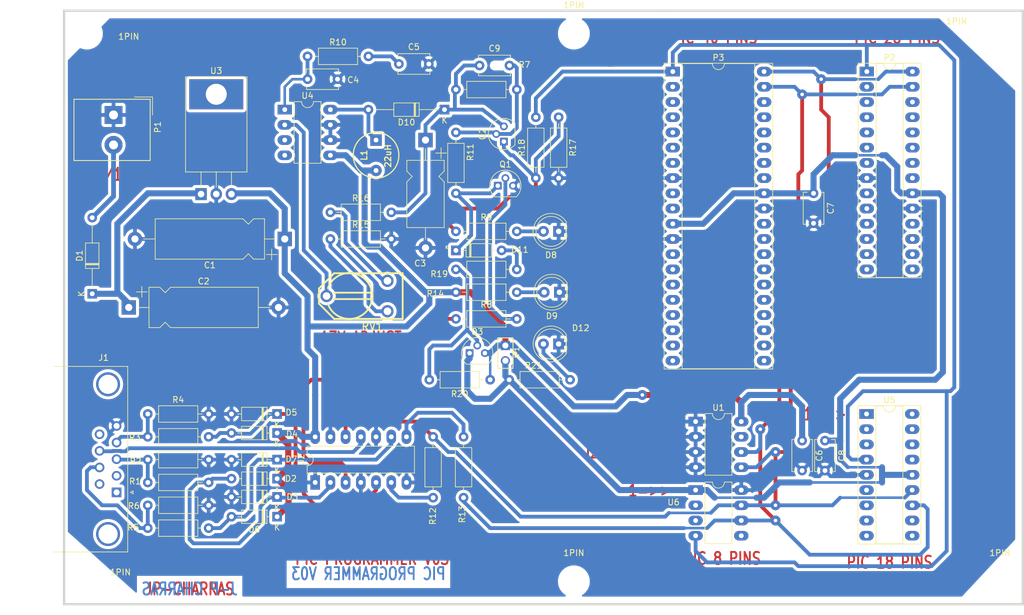
<source format=kicad_pcb>
(kicad_pcb (version 20210424) (generator pcbnew)
  (title_block (title "SERIAL PIC PROGRAMMER"))
  (layers (0 "F.Cu" signal "top_copper") (31 "B.Cu" signal "bottom_copper") (34 "B.Paste" user) (35 "F.Paste" user) (36 "B.SilkS" user "B.Silkscreen") (37 "F.SilkS" user "F.Silkscreen") (38 "B.Mask" user) (39 "F.Mask" user) (44 "Edge.Cuts" user))
  (net 0 "")
  (net 1 "Net-(D1-Pad2)")
  (net 2 "Net-(D2-Pad2)")
  (net 3 "GND")
  (net 4 "VCC")
  (net 5 "VPP")
  (net 6 "VCC_PIC")
  (net 7 "Net-(D4-Pad2)")
  (net 8 "/pic_programmer/PC-CLOCK-OUT")
  (net 9 "VPP-MCLR")
  (net 10 "CLOCK-RB6")
  (net 11 "DATA-RB7")
  (net 12 "Net-(C2-Pad1)")
  (net 13 "Net-(C4-Pad1)")
  (net 14 "Net-(C5-Pad1)")
  (net 15 "Net-(C9-Pad2)")
  (net 16 "Net-(D6-Pad2)")
  (net 17 "Net-(D8-Pad2)")
  (net 18 "Net-(D9-Pad2)")
  (net 19 "Net-(D11-Pad2)")
  (net 20 "Net-(D11-Pad1)")
  (net 21 "Net-(D12-Pad2)")
  (net 22 "Net-(Q1-Pad2)")
  (net 23 "Net-(D10-Pad2)")
  (net 24 "Net-(Q3-Pad2)")
  (net 25 "Net-(R8-Pad1)")
  (net 26 "Net-(R12-Pad1)")
  (net 27 "Net-(R13-Pad1)")
  (net 28 "Net-(R15-Pad1)")
  (net 29 "Net-(R16-Pad1)")
  (net 30 "Net-(RV1-Pad2)")
  (net 31 "Net-(Q2-Pad1)")
  (net 32 "/pic_programmer/VPP_ON")
  (net 33 "/pic_programmer/PC-DATA-OUT")
  (net 34 "/pic_programmer/PC-DATA-IN")
  (footprint "Package_DIP:DIP-40_W15.24mm_Socket_LongPads" (layer "F.Cu") (at 175.26 50.8)
    (fp_text reference "P3")
    (fp_text value "SUPP40")
  )
  (footprint "MountingHole:MountingHole_4.3mm_M4_DIN965" (layer "F.Cu") (at 229.87 44.45)
    (fp_text reference "1PIN")
    (fp_text value "P***")
  )
  (footprint "MountingHole:MountingHole_4.3mm_M4_DIN965" (layer "F.Cu") (at 229.87 135.89)
    (fp_text reference "1PIN")
    (fp_text value "P***")
  )
  (footprint "MountingHole:MountingHole_4.3mm_M4_DIN965" (layer "F.Cu") (at 77.47 44.45)
    (fp_text reference "1PIN")
    (fp_text value "P***")
  )
  (footprint "MountingHole:MountingHole_4.3mm_M4_DIN965" (layer "F.Cu") (at 77.47 135.89)
    (fp_text reference "1PIN")
    (fp_text value "P***")
  )
  (footprint "MountingHole:MountingHole_4.3mm_M4_DIN965" (layer "F.Cu") (at 158.75 135.89)
    (fp_text reference "1PIN")
    (fp_text value "P***")
  )
  (footprint "MountingHole:MountingHole_4.3mm_M4_DIN965" (layer "F.Cu") (at 158.75 44.45)
    (fp_text reference "1PIN")
    (fp_text value "P***")
  )
  (footprint "Package_DIP:DIP-28_W7.62mm_Socket_LongPads" (layer "F.Cu") (at 207.645 50.8)
    (fp_text reference "P2")
    (fp_text value "SUPP28")
  )
  (footprint "Capacitor_THT:CP_Axial_L18.0mm_D6.5mm_P25.00mm_Horizontal" (layer "F.Cu") (at 110.49 78.74 180)
    (fp_text reference "C1")
    (fp_text value "100uF")
  )
  (footprint "Capacitor_THT:CP_Axial_L18.0mm_D6.5mm_P25.00mm_Horizontal" (layer "F.Cu") (at 84.455 90.17)
    (fp_text reference "C2")
    (fp_text value "220uF")
  )
  (footprint "Capacitor_THT:CP_Axial_L11.0mm_D6.0mm_P18.00mm_Horizontal" (layer "F.Cu") (at 133.985 62.23 -90)
    (fp_text reference "C3")
    (fp_text value "22uF/25V")
  )
  (footprint "Capacitor_THT:C_Disc_D5.1mm_W3.2mm_P5.00mm" (layer "F.Cu") (at 114.3 52.07)
    (fp_text reference "C4")
    (fp_text value "0")
  )
  (footprint "Capacitor_THT:C_Disc_D5.1mm_W3.2mm_P5.00mm" (layer "F.Cu") (at 129.54 49.53)
    (fp_text reference "C5")
    (fp_text value "10nF")
  )
  (footprint "Capacitor_THT:C_Disc_D5.1mm_W3.2mm_P5.00mm" (layer "F.Cu") (at 196.85 112.395 -90)
    (fp_text reference "C6")
    (fp_text value "100nF")
  )
  (footprint "Capacitor_THT:C_Disc_D5.1mm_W3.2mm_P5.00mm" (layer "F.Cu") (at 198.755 71.12 -90)
    (fp_text reference "C7")
    (fp_text value "100nF")
  )
  (footprint "Capacitor_THT:C_Disc_D5.1mm_W3.2mm_P5.00mm" (layer "F.Cu") (at 200.66 112.395 -90)
    (fp_text reference "C8")
    (fp_text value "100nF")
  )
  (footprint "Capacitor_THT:C_Disc_D5.1mm_W3.2mm_P5.00mm" (layer "F.Cu") (at 143.002 49.784)
    (fp_text reference "C9")
    (fp_text value "22OnF")
  )
  (footprint "Diode_THT:D_DO-35_SOD27_P12.70mm_Horizontal" (layer "F.Cu") (at 78.359 87.884 90)
    (fp_text reference "D1")
    (fp_text value "1N4004")
  )
  (footprint "Diode_THT:D_DO-35_SOD27_P7.62mm_Horizontal" (layer "F.Cu") (at 109.22 118.745 180)
    (fp_text reference "D2")
    (fp_text value "BAT43")
  )
  (footprint "Diode_THT:D_DO-35_SOD27_P7.62mm_Horizontal" (layer "F.Cu") (at 109.22 121.793 180)
    (fp_text reference "D3")
    (fp_text value "BAT43")
  )
  (footprint "Diode_THT:D_DO-35_SOD27_P7.62mm_Horizontal" (layer "F.Cu") (at 109.22 111.125 180)
    (fp_text reference "D4")
    (fp_text value "BAT43")
  )
  (footprint "Diode_THT:D_DO-35_SOD27_P7.62mm_Horizontal" (layer "F.Cu") (at 109.22 107.95 180)
    (fp_text reference "D5")
    (fp_text value "BAT43")
  )
  (footprint "Diode_THT:D_DO-35_SOD27_P7.62mm_Horizontal" (layer "F.Cu") (at 109.22 125.095 180)
    (fp_text reference "D6")
    (fp_text value "BAT43")
  )
  (footprint "Diode_THT:D_DO-35_SOD27_P7.62mm_Horizontal" (layer "F.Cu") (at 109.22 115.57 180)
    (fp_text reference "D7")
    (fp_text value "BAT43")
  )
  (footprint "LED_THT:LED_D5.0mm" (layer "F.Cu") (at 156.21 77.47 180)
    (fp_text reference "D8")
    (fp_text value "RED-LED")
  )
  (footprint "LED_THT:LED_D5.0mm" (layer "F.Cu") (at 156.337 87.63 180)
    (fp_text reference "D9")
    (fp_text value "GREEN-LED")
  )
  (footprint "Diode_THT:D_DO-35_SOD27_P12.70mm_Horizontal" (layer "F.Cu") (at 137.16 57.15 180)
    (fp_text reference "D10")
    (fp_text value "SCHOTTKY")
  )
  (footprint "Diode_THT:D_DO-35_SOD27_P7.62mm_Horizontal" (layer "F.Cu") (at 139.065 80.645)
    (fp_text reference "D11")
    (fp_text value "BAT43")
  )
  (footprint "LED_THT:LED_D5.0mm" (layer "F.Cu") (at 156.21 96.266 180)
    (fp_text reference "D12")
    (fp_text value "YELLOW-LED")
  )
  (footprint "Connector_Dsub:DSUB-9_Female_Horizontal_P2.77x2.84mm_EdgePinOffset7.70mm_Housed_MountingHolesOffset9.12mm" (layer "F.Cu") (at 82.423 121.031 -90)
    (fp_text reference "J1")
    (fp_text value "DB9-FEMAL")
  )
  (footprint "pin_array:PIN_ARRAY_2X1" (layer "F.Cu") (at 147.32 97.79 -90)
    (fp_text reference "JP1")
    (fp_text value "JUMPER" hide)
  )
  (footprint "inductors:INDUCTOR_V" (layer "F.Cu") (at 125.73 64.77 -90)
    (fp_text reference "L1")
    (fp_text value "22uH")
  )
  (footprint "TerminalBlock_Altech:Altech_AK300_1x02_P5.00mm_45-Degree" (layer "F.Cu") (at 81.915 58.039 -90)
    (fp_text reference "P1")
    (fp_text value "CONN_2")
  )
  (footprint "Package_TO_SOT_THT:TO-92" (layer "F.Cu") (at 146.05 69.85)
    (fp_text reference "Q1")
    (fp_text value "BC237")
  )
  (footprint "Package_TO_SOT_THT:TO-92" (layer "F.Cu") (at 147.066 62.484 90)
    (fp_text reference "Q2")
    (fp_text value "BC307")
  )
  (footprint "Package_TO_SOT_THT:TO-92" (layer "F.Cu") (at 141.351 97.79)
    (fp_text reference "Q3")
    (fp_text value "BC307")
  )
  (footprint "Resistor_THT:R_Axial_DIN0207_L6.3mm_D2.5mm_P10.16mm_Horizontal" (layer "F.Cu") (at 87.63 115.57)
    (fp_text reference "R2")
    (fp_text value "10K")
  )
  (footprint "Resistor_THT:R_Axial_DIN0207_L6.3mm_D2.5mm_P10.16mm_Horizontal" (layer "F.Cu") (at 87.63 111.76)
    (fp_text reference "R3")
    (fp_text value "10K")
  )
  (footprint "Resistor_THT:R_Axial_DIN0207_L6.3mm_D2.5mm_P10.16mm_Horizontal" (layer "F.Cu") (at 87.63 107.95)
    (fp_text reference "R4")
    (fp_text value "10K")
  )
  (footprint "Resistor_THT:R_Axial_DIN0207_L6.3mm_D2.5mm_P10.16mm_Horizontal" (layer "F.Cu") (at 87.63 127)
    (fp_text reference "R5")
    (fp_text value "10K")
  )
  (footprint "Resistor_THT:R_Axial_DIN0207_L6.3mm_D2.5mm_P10.16mm_Horizontal" (layer "F.Cu") (at 87.63 123.19)
    (fp_text reference "R6")
    (fp_text value "10K")
  )
  (footprint "Resistor_THT:R_Axial_DIN0207_L6.3mm_D2.5mm_P10.16mm_Horizontal" (layer "F.Cu") (at 139.065 53.7972)
    (fp_text reference "R7")
    (fp_text value "10K")
  )
  (footprint "Resistor_THT:R_Axial_DIN0207_L6.3mm_D2.5mm_P10.16mm_Horizontal" (layer "F.Cu") (at 139.065 92.075)
    (fp_text reference "R8")
    (fp_text value "1K")
  )
  (footprint "Resistor_THT:R_Axial_DIN0207_L6.3mm_D2.5mm_P10.16mm_Horizontal" (layer "F.Cu") (at 139.065 77.47)
    (fp_text reference "R9")
    (fp_text value "2.2K")
  )
  (footprint "Resistor_THT:R_Axial_DIN0207_L6.3mm_D2.5mm_P10.16mm_Horizontal" (layer "F.Cu") (at 114.3 48.26)
    (fp_text reference "R10")
    (fp_text value "5.1K")
  )
  (footprint "Resistor_THT:R_Axial_DIN0207_L6.3mm_D2.5mm_P10.16mm_Horizontal" (layer "F.Cu") (at 139.065 71.12 90)
    (fp_text reference "R11")
    (fp_text value "22K")
  )
  (footprint "Resistor_THT:R_Axial_DIN0207_L6.3mm_D2.5mm_P10.16mm_Horizontal" (layer "F.Cu") (at 135.255 121.92 90)
    (fp_text reference "R12")
    (fp_text value "470")
  )
  (footprint "Resistor_THT:R_Axial_DIN0207_L6.3mm_D2.5mm_P10.16mm_Horizontal" (layer "F.Cu") (at 140.335 111.76 -90)
    (fp_text reference "R13")
    (fp_text value "470")
  )
  (footprint "Resistor_THT:R_Axial_DIN0207_L6.3mm_D2.5mm_P10.16mm_Horizontal" (layer "F.Cu") (at 139.065 87.63)
    (fp_text reference "R14")
    (fp_text value "470")
  )
  (footprint "Resistor_THT:R_Axial_DIN0207_L6.3mm_D2.5mm_P10.16mm_Horizontal" (layer "F.Cu") (at 118.11 78.74)
    (fp_text reference "R15")
    (fp_text value "6.2K")
  )
  (footprint "Resistor_THT:R_Axial_DIN0207_L6.3mm_D2.5mm_P10.16mm_Horizontal" (layer "F.Cu") (at 156.21 58.42 -90)
    (fp_text reference "R17")
    (fp_text value "22K")
  )
  (footprint "Resistor_THT:R_Axial_DIN0207_L6.3mm_D2.5mm_P10.16mm_Horizontal" (layer "F.Cu") (at 152.4 68.58 90)
    (fp_text reference "R18")
    (fp_text value "220")
  )
  (footprint "Resistor_THT:R_Axial_DIN0207_L6.3mm_D2.5mm_P10.16mm_Horizontal" (layer "F.Cu") (at 149.225 83.82 180)
    (fp_text reference "R19")
    (fp_text value "2.2K")
  )
  (footprint "Resistor_THT:R_Axial_DIN0207_L6.3mm_D2.5mm_P10.16mm_Horizontal" (layer "F.Cu") (at 147.955 102.235)
    (fp_text reference "R21")
    (fp_text value "470")
  )
  (footprint "pic_programmer_fp:RV2X4" (layer "F.Cu") (at 127.635 90.805 180)
    (fp_text reference "RV1")
    (fp_text value "1K")
  )
  (footprint "Package_DIP:DIP-8_W7.62mm_LongPads" (layer "F.Cu") (at 179.07 109.22)
    (fp_text reference "U1")
    (fp_text value "24Cxx")
  )
  (footprint "Package_DIP:DIP-14_W7.62mm_LongPads" (layer "F.Cu") (at 115.57 119.38 90)
    (fp_text reference "U2")
    (fp_text value "74HC125")
  )
  (footprint "Package_TO_SOT_THT:TO-220-3_Horizontal_TabDown" (layer "F.Cu") (at 96.52 71.247)
    (fp_text reference "U3")
    (fp_text value "7805")
  )
  (footprint "Package_DIP:DIP-8_W7.62mm_LongPads" (layer "F.Cu") (at 110.49 57.15)
    (fp_text reference "U4")
    (fp_text value "LT1373")
  )
  (footprint "Package_DIP:DIP-18_W7.62mm_Socket_LongPads" (layer "F.Cu") (at 207.6 107.95)
    (fp_text reference "U5")
    (fp_text value "PIC_18_PINS")
  )
  (footprint "Package_DIP:DIP-8_W7.62mm_LongPads" (layer "F.Cu") (at 179.07 120.65)
    (fp_text reference "U6")
    (fp_text value "PIC_8_PINS")
  )
  (footprint "Resistor_THT:R_Axial_DIN0207_L6.3mm_D2.5mm_P10.16mm_Horizontal" (layer "F.Cu") (at 87.63 119.38)
    (fp_text reference "R1")
    (fp_text value "10K")
  )
  (footprint "Resistor_THT:R_Axial_DIN0207_L6.3mm_D2.5mm_P10.16mm_Horizontal" (layer "F.Cu") (at 144.78 102.235 180)
    (fp_text reference "R20")
    (fp_text value "2.2K")
  )
  (footprint "Resistor_THT:R_Axial_DIN0207_L6.3mm_D2.5mm_P10.16mm_Horizontal" (layer "F.Cu") (at 118.11 74.295)
    (fp_text reference "R16")
    (fp_text value "62K")
  )
  (gr_line (start 173.99 40.64) (end 233.68 40.64) (angle 90) (layer "Edge.Cuts") (width 0.381))
  (gr_line (start 233.68 139.7) (end 73.66 139.7) (angle 90) (layer "Edge.Cuts") (width 0.381))
  (gr_line (start 73.66 40.64) (end 173.99 40.64) (angle 90) (layer "Edge.Cuts") (width 0.381))
  (gr_line (start 73.66 139.7) (end 73.66 40.64) (angle 90) (layer "Edge.Cuts") (width 0.381))
  (gr_line (start 233.68 40.64) (end 233.68 139.7) (angle 90) (layer "Edge.Cuts") (width 0.381))
  (gr_text "PIC 28 PINS" (at 212.725 45.085) (layer "F.Cu") (effects (font (size 2.032 1.524) (thickness 0.3048))))
  (gr_text "PIC 8 PINS" (at 183.515 132.08) (layer "F.Cu") (effects (font (size 2.032 1.524) (thickness 0.3048))))
  (gr_text "VCC ON" (at 163.322 96.901) (layer "F.Cu") (effects (font (size 2.032 1.524) (thickness 0.3048))))
  (gr_text "PIC PROGRAMMER V03" (at 125.095 132.08) (layer "F.Cu") (effects (font (size 2.032 1.524) (thickness 0.3048))))
  (gr_text "1=>>" (at 167.64 48.895) (layer "F.Cu") (effects (font (size 2.032 1.524) (thickness 0.3048))))
  (gr_text "PIC 40 PINS" (at 182.245 45.085) (layer "F.Cu") (effects (font (size 2.032 1.524) (thickness 0.3048))))
  (gr_text "1=>>" (at 171.45 109.22) (layer "F.Cu") (effects (font (size 2.032 1.524) (thickness 0.3048))))
  (gr_text "VPP ON" (at 163.449 76.835) (layer "F.Cu") (effects (font (size 2.032 1.524) (thickness 0.3048))))
  (gr_text "1=>>" (at 201.295 48.895) (layer "F.Cu") (effects (font (size 2.032 1.524) (thickness 0.3048))))
  (gr_text "JP-CHARRAS" (at 94.615 137.16) (layer "F.Cu") (effects (font (size 2.032 1.524) (thickness 0.3048))))
  (gr_text "I2C PROM" (at 166.37 114.3) (layer "F.Cu") (effects (font (size 2.032 1.524) (thickness 0.3048))))
  (gr_text "+8/12V" (at 81.534 67.945) (layer "F.Cu") (effects (font (size 2.032 1.524) (thickness 0.3048))))
  (gr_text "PIC 18 PINS" (at 211.455 132.715) (layer "F.Cu") (effects (font (size 2.032 1.524) (thickness 0.3048))))
  (gr_text "PWR ON" (at 163.449 88.011) (layer "F.Cu") (effects (font (size 2.032 1.524) (thickness 0.3048))))
  (gr_text "13V ADJUST" (at 123.19 95.25) (layer "F.Cu") (effects (font (size 2.032 1.524) (thickness 0.3048))))
  (gr_text "1=>>" (at 171.45 120.65) (layer "F.Cu") (effects (font (size 2.032 1.524) (thickness 0.3048))))
  (gr_text "1=>>" (at 200.66 107.95) (layer "F.Cu") (effects (font (size 2.032 1.524) (thickness 0.3048))))
  (gr_text "PIC PROGRAMMER V03" (at 124.46 134.62) (layer "B.Cu") (effects (font (size 2.032 1.524) (thickness 0.3048)) (justify mirror)))
  (gr_text "J-P CHARRAS" (at 94.615 137.16) (layer "B.Cu") (effects (font (size 2.032 1.524) (thickness 0.3048)) (justify mirror)))
  (segment (start 78.359 75.184) (end 81.915 71.628) (width 0.8) (layer "B.Cu") (net 1))
  (segment (start 81.915 71.628) (end 81.915 63.039) (width 0.8) (layer "B.Cu") (net 1))
  (segment (start 109.22 121.92) (end 116.205 121.92) (width 0.635) (layer "B.Cu") (net 2))
  (segment (start 95.25 129.54) (end 102.87 129.54) (width 0.635) (layer "B.Cu") (net 2))
  (segment (start 97.79 119.38) (end 98.425 118.745) (width 0.635) (layer "B.Cu") (net 2))
  (segment (start 94.615 120.65) (end 94.615 128.905) (width 0.635) (layer "B.Cu") (net 2))
  (segment (start 94.615 128.905) (end 95.25 129.54) (width 0.635) (layer "B.Cu") (net 2))
  (segment (start 106.426 125.984) (end 106.426 123.3932) (width 0.635) (layer "B.Cu") (net 2))
  (segment (start 98.425 118.745) (end 101.6 118.745) (width 0.635) (layer "B.Cu") (net 2))
  (segment (start 118.11 120.015) (end 118.11 119.38) (width 0.635) (layer "B.Cu") (net 2))
  (segment (start 95.885 119.38) (end 94.615 120.65) (width 0.635) (layer "B.Cu") (net 2))
  (segment (start 97.79 119.38) (end 95.885 119.38) (width 0.635) (layer "B.Cu") (net 2))
  (segment (start 107.8992 121.92) (end 109.22 121.92) (width 0.635) (layer "B.Cu") (net 2))
  (segment (start 116.205 121.92) (end 118.11 120.015) (width 0.635) (layer "B.Cu") (net 2))
  (segment (start 102.87 129.54) (end 106.426 125.984) (width 0.635) (layer "B.Cu") (net 2))
  (segment (start 106.426 123.3932) (end 107.8992 121.92) (width 0.635) (layer "B.Cu") (net 2))
  (segment (start 111.0742 116.8908) (end 109.22 118.745) (width 1.016) (layer "F.Cu") (net 4))
  (segment (start 139.065 87.63) (end 141.478 87.63) (width 1.016) (layer "F.Cu") (net 4))
  (segment (start 141.478 87.63) (end 147.32 93.472) (width 1.016) (layer "F.Cu") (net 4))
  (segment (start 111.125 120.65) (end 111.125 123.19) (width 1.016) (layer "F.Cu") (net 4))
  (segment (start 185.42 104.775) (end 186.69 106.045) (width 1.016) (layer "F.Cu") (net 4))
  (segment (start 147.32 93.472) (end 147.32 96.52) (width 1.016) (layer "F.Cu") (net 4))
  (segment (start 109.855 111.76) (end 110.49 112.395) (width 1.016) (layer "F.Cu") (net 4))
  (segment (start 111.0742 113.0808) (end 111.0742 116.8908) (width 1.016) (layer "F.Cu") (net 4))
  (segment (start 110.49 112.395) (end 110.49 112.4966) (width 1.016) (layer "F.Cu") (net 4))
  (segment (start 110.49 112.4966) (end 111.0742 113.0808) (width 1.016) (layer "F.Cu") (net 4))
  (segment (start 109.22 118.745) (end 111.125 120.65) (width 1.016) (layer "F.Cu") (net 4))
  (segment (start 186.69 106.045) (end 186.69 109.22) (width 1.016) (layer "F.Cu") (net 4))
  (segment (start 111.125 123.19) (end 109.855 124.46) (width 1.016) (layer "F.Cu") (net 4))
  (segment (start 170.18 104.775) (end 185.42 104.775) (width 1.016) (layer "F.Cu") (net 4))
  (segment (start 110.49 112.395) (end 109.22 111.125) (width 1.016) (layer "F.Cu") (net 4))
  (via (at 170.18 104.775) (size 1.651) (drill 0.6) (layers "F.Cu" "B.Cu") (net 4))
  (segment (start 123.19 67.31) (end 120.65 64.77) (width 1.016) (layer "B.Cu") (net 4))
  (segment (start 101.6 71.12) (end 107.95 71.12) (width 1.016) (layer "B.Cu") (net 4))
  (segment (start 134.62 89.535) (end 134.62 87.63) (width 1.016) (layer "B.Cu") (net 4))
  (segment (start 123.825 67.31) (end 123.19 67.31) (width 1.016) (layer "B.Cu") (net 4))
  (segment (start 147.32 96.52) (end 146.05 96.52) (width 1.016) (layer "B.Cu") (net 4))
  (segment (start 158.75 106.68) (end 165.735 106.68) (width 1.016) (layer "B.Cu") (net 4))
  (segment (start 126.365 80.01) (end 124.46 80.01) (width 1.016) (layer "B.Cu") (net 4))
  (segment (start 118.11 64.77) (end 120.65 64.77) (width 1.016) (layer "B.Cu") (net 4))
  (segment (start 114.3 93.345) (end 114.3 97.155) (width 1.016) (layer "B.Cu") (net 4))
  (segment (start 114.3 93.345) (end 130.81 93.345) (width 1.016) (layer "B.Cu") (net 4))
  (segment (start 114.3 97.155) (end 115.57 98.425) (width 1.016) (layer "B.Cu") (net 4))
  (segment (start 186.69 106.045) (end 187.96 104.775) (width 1.016) (layer "B.Cu") (net 4))
  (segment (start 115.57 98.425) (end 115.57 104.775) (width 1.016) (layer "B.Cu") (net 4))
  (segment (start 130.81 93.345) (end 134.62 89.535) (width 1.016) (layer "B.Cu") (net 4))
  (segment (start 165.735 106.68) (end 167.64 104.775) (width 1.016) (layer "B.Cu") (net 4))
  (segment (start 148.59 96.52) (end 158.75 106.68) (width 1.016) (layer "B.Cu") (net 4))
  (segment (start 124.46 80.01) (end 123.825 79.375) (width 1.016) (layer "B.Cu") (net 4))
  (segment (start 113.3856 111.76) (end 115.57 111.76) (width 1.016) (layer "B.Cu") (net 4))
  (segment (start 196.85 112.395) (end 196.85 106.68) (width 1.016) (layer "B.Cu") (net 4))
  (segment (start 134.62 87.63) (end 133.985 87.63) (width 1.016) (layer "B.Cu") (net 4))
  (segment (start 115.57 111.76) (end 115.57 104.775) (width 1.016) (layer "B.Cu") (net 4))
  (segment (start 146.05 96.52) (end 144.78 97.79) (width 1.016) (layer "B.Cu") (net 4))
  (segment (start 144.78 102.235) (end 144.78 97.79) (width 0.4) (layer "B.Cu") (net 4))
  (segment (start 144.78 97.79) (end 143.891 97.79) (width 1.016) (layer "B.Cu") (net 4))
  (segment (start 109.22 111.125) (end 112.7506 111.125) (width 1.016) (layer "B.Cu") (net 4))
  (segment (start 125.73 67.31) (end 123.825 67.31) (width 1.016) (layer "B.Cu") (net 4))
  (segment (start 167.64 104.775) (end 170.18 104.775) (width 1.016) (layer "B.Cu") (net 4))
  (segment (start 139.065 87.63) (end 134.62 87.63) (width 1.016) (layer "B.Cu") (net 4))
  (segment (start 114.3 88.265) (end 114.3 93.345) (width 1.016) (layer "B.Cu") (net 4))
  (segment (start 110.49 73.66) (end 107.95 71.12) (width 1.016) (layer "B.Cu") (net 4))
  (segment (start 196.85 106.68) (end 194.945 104.775) (width 1.016) (layer "B.Cu") (net 4))
  (segment (start 147.32 96.52) (end 148.59 96.52) (width 1.016) (layer "B.Cu") (net 4))
  (segment (start 186.69 109.22) (end 186.69 106.045) (width 1.016) (layer "B.Cu") (net 4))
  (segment (start 112.7506 111.125) (end 113.3856 111.76) (width 1.016) (layer "B.Cu") (net 4))
  (segment (start 133.985 87.63) (end 126.365 80.01) (width 1.016) (layer "B.Cu") (net 4))
  (segment (start 187.96 104.775) (end 194.945 104.775) (width 1.016) (layer "B.Cu") (net 4))
  (segment (start 123.825 79.375) (end 123.825 67.31) (width 1.016) (layer "B.Cu") (net 4))
  (segment (start 110.49 78.74) (end 110.49 73.66) (width 1.016) (layer "B.Cu") (net 4))
  (segment (start 110.49 84.455) (end 114.3 88.265) (width 1.016) (layer "B.Cu") (net 4))
  (segment (start 110.49 78.74) (end 110.49 84.455) (width 1.016) (layer "B.Cu") (net 4))
  (segment (start 138.8872 53.975) (end 139.065 53.7972) (width 0.635) (layer "B.Cu") (net 5))
  (segment (start 138.8872 57.15) (end 138.8872 53.975) (width 0.635) (layer "B.Cu") (net 5))
  (segment (start 137.16 57.15) (end 138.8872 57.15) (width 0.635) (layer "B.Cu") (net 5))
  (segment (start 130.81 74.295) (end 128.27 74.295) (width 0.635) (layer "B.Cu") (net 5))
  (segment (start 133.985 62.23) (end 133.985 71.12) (width 0.635) (layer "B.Cu") (net 5))
  (segment (start 138.8872 57.15) (end 143.51 57.15) (width 0.635) (layer "B.Cu") (net 5))
  (segment (start 133.985 62.23) (end 133.985 59.69) (width 0.635) (layer "B.Cu") (net 5))
  (segment (start 136.525 57.15) (end 137.16 57.15) (width 0.635) (layer "B.Cu") (net 5))
  (segment (start 133.985 71.12) (end 130.81 74.295) (width 0.635) (layer "B.Cu") (net 5))
  (segment (start 139.065 51.181) (end 140.462 49.784) (width 0.635) (layer "B.Cu") (net 5))
  (segment (start 139.065 53.7972) (end 139.065 51.181) (width 0.635) (layer "B.Cu") (net 5))
  (segment (start 143.51 57.15) (end 147.066 59.944) (width 0.635) (layer "B.Cu") (net 5))
  (segment (start 136.525 57.15) (end 133.985 59.69) (width 0.635) (layer "B.Cu") (net 5))
  (segment (start 140.462 49.784) (end 143.002 49.784) (width 0.635) (layer "B.Cu") (net 5))
  (segment (start 190.5 121.92) (end 193.04 119.38) (width 1.016) (layer "B.Cu") (net 6))
  (segment (start 204.47 116.84) (end 210.185 116.84) (width 0.4318) (layer "B.Cu") (net 6))
  (segment (start 219.075 102.235) (end 220.345 100.965) (width 1.016) (layer "B.Cu") (net 6))
  (segment (start 175.26 76.2) (end 180.34 76.2) (width 1.016) (layer "B.Cu") (net 6))
  (segment (start 185.42 71.12) (end 190.5 71.12) (width 1.016) (layer "B.Cu") (net 6))
  (segment (start 210.185 119.38) (end 210.185 118.11) (width 1.016) (layer "B.Cu") (net 6))
  (segment (start 141.351 98.679) (end 141.351 97.79) (width 1.016) (layer "B.Cu") (net 6))
  (segment (start 198.12 119.38) (end 210.185 119.38) (width 0.4318) (layer "B.Cu") (net 6))
  (segment (start 203.2 105.41) (end 203.2 112.395) (width 1.016) (layer "B.Cu") (net 6))
  (segment (start 201.93 64.77) (end 205.74 64.77) (width 1.016) (layer "B.Cu") (net 6))
  (segment (start 166.37 120.65) (end 147.955 102.235) (width 1.016) (layer "B.Cu") (net 6))
  (segment (start 179.07 120.65) (end 180.975 120.65) (width 1.016) (layer "B.Cu") (net 6))
  (segment (start 144.78 105.41) (end 142.24 105.41) (width 1.016) (layer "B.Cu") (net 6))
  (segment (start 220.345 100.965) (end 220.345 71.755) (width 1.016) (layer "B.Cu") (net 6))
  (segment (start 212.725 70.485) (end 213.36 71.12) (width 1.016) (layer "B.Cu") (net 6))
  (segment (start 213.36 71.12) (end 215.265 71.12) (width 1.016) (layer "B.Cu") (net 6))
  (segment (start 189.23 121.92) (end 190.5 121.92) (width 1.016) (layer "B.Cu") (net 6))
  (segment (start 219.71 71.12) (end 215.265 71.12) (width 1.016) (layer "B.Cu") (net 6))
  (segment (start 203.2 112.395) (end 203.2 115.57) (width 1.016) (layer "B.Cu") (net 6))
  (segment (start 203.2 105.41) (end 206.375 102.235) (width 1.016) (layer "B.Cu") (net 6))
  (segment (start 179.07 120.65) (end 166.37 120.65) (width 1.016) (layer "B.Cu") (net 6))
  (segment (start 210.185 118.11) (end 210.185 116.84) (width 1.016) (layer "B.Cu") (net 6))
  (segment (start 147.32 99.06) (end 147.32 101.6) (width 1.016) (layer "B.Cu") (net 6))
  (segment (start 200.66 112.395) (end 203.2 112.395) (width 1.016) (layer "B.Cu") (net 6))
  (segment (start 210.185 64.77) (end 210.82 64.77) (width 1.016) (layer "B.Cu") (net 6))
  (segment (start 210.82 64.77) (end 212.725 66.675) (width 1.016) (layer "B.Cu") (net 6))
  (segment (start 190.5 71.12) (end 198.755 71.12) (width 1.016) (layer "B.Cu") (net 6))
  (segment (start 140.97 99.06) (end 141.351 98.679) (width 1.016) (layer "B.Cu") (net 6))
  (segment (start 198.755 71.12) (end 198.755 67.945) (width 1.016) (layer "B.Cu") (net 6))
  (segment (start 206.375 102.235) (end 219.075 102.235) (width 1.016) (layer "B.Cu") (net 6))
  (segment (start 198.755 67.945) (end 201.93 64.77) (width 1.016) (layer "B.Cu") (net 6))
  (segment (start 142.24 105.41) (end 140.97 104.14) (width 1.016) (layer "B.Cu") (net 6))
  (segment (start 140.97 104.14) (end 140.97 99.06) (width 1.016) (layer "B.Cu") (net 6))
  (segment (start 205.74 64.77) (end 210.185 64.77) (width 0.4318) (layer "B.Cu") (net 6))
  (segment (start 182.245 121.92) (end 189.23 121.92) (width 0.4318) (layer "B.Cu") (net 6))
  (segment (start 193.04 119.38) (end 198.12 119.38) (width 1.016) (layer "B.Cu") (net 6))
  (segment (start 203.2 115.57) (end 204.47 116.84) (width 0.635) (layer "B.Cu") (net 6))
  (segment (start 147.955 102.235) (end 144.78 105.41) (width 1.016) (layer "B.Cu") (net 6))
  (segment (start 212.725 66.675) (end 212.725 70.485) (width 1.016) (layer "B.Cu") (net 6))
  (segment (start 220.345 71.755) (end 219.71 71.12) (width 1.016) (layer "B.Cu") (net 6))
  (segment (start 147.32 101.6) (end 147.955 102.235) (width 1.016) (layer "B.Cu") (net 6))
  (segment (start 210.185 118.11) (end 215.265 118.11) (width 1.016) (layer "B.Cu") (net 6))
  (segment (start 180.975 120.65) (end 182.245 121.92) (width 1.016) (layer "B.Cu") (net 6))
  (segment (start 180.34 76.2) (end 185.42 71.12) (width 1.016) (layer "B.Cu") (net 6))
  (segment (start 112.2934 117.3734) (end 113.665 118.745) (width 0.635) (layer "F.Cu") (net 7))
  (segment (start 125.73 120.65) (end 125.73 119.38) (width 0.635) (layer "F.Cu") (net 7))
  (segment (start 109.22 107.95) (end 111.125 107.95) (width 0.635) (layer "F.Cu") (net 7))
  (segment (start 111.125 107.95) (end 112.2934 109.1184) (width 0.635) (layer "F.Cu") (net 7))
  (segment (start 123.19 123.19) (end 125.73 120.65) (width 0.635) (layer "F.Cu") (net 7))
  (segment (start 112.2934 109.1184) (end 112.2934 117.3734) (width 0.635) (layer "F.Cu") (net 7))
  (segment (start 115.57 123.19) (end 123.19 123.19) (width 0.635) (layer "F.Cu") (net 7))
  (segment (start 113.665 118.745) (end 113.665 121.285) (width 0.635) (layer "F.Cu") (net 7))
  (segment (start 113.665 121.285) (end 115.57 123.19) (width 0.635) (layer "F.Cu") (net 7))
  (segment (start 107.95 107.95) (end 109.22 107.95) (width 0.635) (layer "B.Cu") (net 7))
  (segment (start 106.807 109.093) (end 107.95 107.95) (width 0.635) (layer "B.Cu") (net 7))
  (segment (start 106.807 109.22) (end 104.775 111.252) (width 0.635) (layer "B.Cu") (net 7))
  (segment (start 106.807 109.22) (end 106.807 109.093) (width 0.635) (layer "B.Cu") (net 7))
  (segment (start 104.775 111.252) (end 101.727 111.252) (width 0.635) (layer "B.Cu") (net 7))
  (segment (start 99.695 111.125) (end 101.6 111.125) (width 0.635) (layer "B.Cu") (net 7))
  (segment (start 97.79 111.76) (end 99.06 111.76) (width 0.635) (layer "B.Cu") (net 7))
  (segment (start 101.727 111.252) (end 101.6 111.125) (width 0.635) (layer "B.Cu") (net 7))
  (segment (start 99.06 111.76) (end 99.695 111.125) (width 0.635) (layer "B.Cu") (net 7))
  (segment (start 82.55 123.19) (end 80.01 123.19) (width 0.635) (layer "B.Cu") (net 8))
  (segment (start 80.01 123.19) (end 77.47 120.65) (width 0.635) (layer "B.Cu") (net 8))
  (segment (start 77.47 117.475) (end 78.105 116.84) (width 0.635) (layer "B.Cu") (net 8))
  (segment (start 87.63 127) (end 87.63 123.19) (width 0.635) (layer "B.Cu") (net 8))
  (segment (start 78.105 116.84) (end 80.01 116.84) (width 0.635) (layer "B.Cu") (net 8))
  (segment (start 77.47 120.65) (end 77.47 117.475) (width 0.635) (layer "B.Cu") (net 8))
  (segment (start 87.63 127) (end 86.36 127) (width 0.635) (layer "B.Cu") (net 8))
  (segment (start 86.36 127) (end 82.55 123.19) (width 0.635) (layer "B.Cu") (net 8))
  (segment (start 218.44 133.35) (end 220.98 130.81) (width 0.635) (layer "B.Cu") (net 9))
  (segment (start 207.645 46.355) (end 176.53 46.355) (width 0.635) (layer "B.Cu") (net 9))
  (segment (start 222.25 48.895) (end 219.71 46.355) (width 0.635) (layer "B.Cu") (net 9))
  (segment (start 221.615 104.14) (end 220.98 104.14) (width 0.635) (layer "B.Cu") (net 9))
  (segment (start 207.645 50.8) (end 207.645 46.355) (width 0.635) (layer "B.Cu") (net 9))
  (segment (start 205.105 115.57) (end 204.47 114.935) (width 0.635) (layer "B.Cu") (net 9))
  (segment (start 207.645 115.57) (end 205.105 115.57) (width 0.635) (layer "B.Cu") (net 9))
  (segment (start 156.845 50.8) (end 152.4 55.245) (width 0.635) (layer "B.Cu") (net 9))
  (segment (start 179.07 130.81) (end 179.07 128.27) (width 0.635) (layer "B.Cu") (net 9))
  (segment (start 221.615 104.14) (end 222.25 103.505) (width 0.635) (layer "B.Cu") (net 9))
  (segment (start 222.25 48.895) (end 222.25 103.505) (width 0.635) (layer "B.Cu") (net 9))
  (segment (start 175.26 47.625) (end 176.53 46.355) (width 0.635) (layer "B.Cu") (net 9))
  (segment (start 175.26 50.8) (end 175.26 47.625) (width 0.635) (layer "B.Cu") (net 9))
  (segment (start 220.98 130.81) (end 220.98 104.14) (width 0.635) (layer "B.Cu") (net 9))
  (segment (start 195.58 132.715) (end 196.215 133.35) (width 0.635) (layer "B.Cu") (net 9))
  (segment (start 152.4 55.245) (end 152.4 58.42) (width 0.635) (layer "B.Cu") (net 9))
  (segment (start 179.07 130.81) (end 180.975 132.715) (width 0.635) (layer "B.Cu") (net 9))
  (segment (start 156.845 50.8) (end 175.26 50.8) (width 0.635) (layer "B.Cu") (net 9))
  (segment (start 204.47 114.935) (end 204.47 106.68) (width 0.635) (layer "B.Cu") (net 9))
  (segment (start 219.71 46.355) (end 207.645 46.355) (width 0.635) (layer "B.Cu") (net 9))
  (segment (start 204.47 106.68) (end 207.01 104.14) (width 0.635) (layer "B.Cu") (net 9))
  (segment (start 196.215 133.35) (end 218.44 133.35) (width 0.635) (layer "B.Cu") (net 9))
  (segment (start 195.58 132.715) (end 180.975 132.715) (width 0.635) (layer "B.Cu") (net 9))
  (segment (start 207.01 104.14) (end 220.98 104.14) (width 0.635) (layer "B.Cu") (net 9))
  (segment (start 196.215 67.945) (end 196.85 67.31) (width 0.635) (layer "F.Cu") (net 10))
  (segment (start 189.865 123.19) (end 192.405 125.73) (width 0.635) (layer "F.Cu") (net 10))
  (segment (start 189.865 110.49) (end 189.865 123.19) (width 0.635) (layer "F.Cu") (net 10))
  (segment (start 196.85 67.31) (end 196.85 54.61) (width 0.635) (layer "F.Cu") (net 10))
  (segment (start 193.04 107.315) (end 193.04 75.565) (width 0.635) (layer "F.Cu") (net 10))
  (segment (start 196.215 72.39) (end 196.215 67.945) (width 0.635) (layer "F.Cu") (net 10))
  (segment (start 193.04 107.315) (end 189.865 110.49) (width 0.635) (layer "F.Cu") (net 10))
  (segment (start 193.04 75.565) (end 196.215 72.39) (width 0.635) (layer "F.Cu") (net 10))
  (via (at 189.865 110.49) (size 1.651) (drill 0.6) (layers "F.Cu" "B.Cu") (net 10))
  (via (at 192.405 125.73) (size 1.651) (drill 0.6) (layers "F.Cu" "B.Cu") (net 10))
  (via (at 196.85 54.61) (size 1.651) (drill 0.6) (layers "F.Cu" "B.Cu") (net 10))
  (segment (start 190.5 53.34) (end 195.58 53.34) (width 0.635) (layer "B.Cu") (net 10))
  (segment (start 217.17 123.19) (end 215.265 123.19) (width 0.635) (layer "B.Cu") (net 10))
  (segment (start 144.78 127) (end 177.165 127) (width 0.635) (layer "B.Cu") (net 10))
  (segment (start 177.165 127) (end 180.975 127) (width 0.4318) (layer "B.Cu") (net 10))
  (segment (start 182.245 125.73) (end 180.975 127) (width 0.635) (layer "B.Cu") (net 10))
  (segment (start 216.535 131.445) (end 217.805 130.175) (width 0.635) (layer "B.Cu") (net 10))
  (segment (start 182.245 125.73) (end 186.69 125.73) (width 0.635) (layer "B.Cu") (net 10))
  (segment (start 189.865 113.665) (end 189.23 114.3) (width 0.635) (layer "B.Cu") (net 10))
  (segment (start 211.455 53.34) (end 210.185 54.61) (width 0.635) (layer "B.Cu") (net 10))
  (segment (start 198.12 131.445) (end 216.535 131.445) (width 0.635) (layer "B.Cu") (net 10))
  (segment (start 205.74 54.61) (end 208.915 54.61) (width 0.4318) (layer "B.Cu") (net 10))
  (segment (start 196.85 54.61) (end 205.74 54.61) (width 0.635) (layer "B.Cu") (net 10))
  (segment (start 217.805 130.175) (end 217.805 123.825) (width 0.635) (layer "B.Cu") (net 10))
  (segment (start 210.185 54.61) (end 208.915 54.61) (width 0.635) (layer "B.Cu") (net 10))
  (segment (start 189.23 114.3) (end 186.69 114.3) (width 0.635) (layer "B.Cu") (net 10))
  (segment (start 211.455 53.34) (end 215.265 53.34) (width 0.635) (layer "B.Cu") (net 10))
  (segment (start 189.865 110.49) (end 189.865 113.665) (width 0.635) (layer "B.Cu") (net 10))
  (segment (start 140.335 122.555) (end 144.78 127) (width 0.635) (layer "B.Cu") (net 10))
  (segment (start 192.405 125.73) (end 198.12 131.445) (width 0.635) (layer "B.Cu") (net 10))
  (segment (start 195.58 53.34) (end 196.85 54.61) (width 0.635) (layer "B.Cu") (net 10))
  (segment (start 140.335 121.92) (end 140.335 122.555) (width 0.635) (layer "B.Cu") (net 10))
  (segment (start 186.69 125.73) (end 192.405 125.73) (width 0.635) (layer "B.Cu") (net 10))
  (segment (start 217.805 123.825) (end 217.17 123.19) (width 0.635) (layer "B.Cu") (net 10))
  (segment (start 120.65 109.855) (end 121.285 109.22) (width 0.635) (layer "F.Cu") (net 11))
  (segment (start 120.65 111.76) (end 120.65 109.855) (width 0.635) (layer "F.Cu") (net 11))
  (segment (start 201.295 85.09) (end 194.945 91.44) (width 0.635) (layer "F.Cu") (net 11))
  (segment (start 121.285 109.22) (end 132.715 109.22) (width 0.635) (layer "F.Cu") (net 11))
  (segment (start 192.405 114.3) (end 192.405 123.19) (width 0.635) (layer "F.Cu") (net 11))
  (segment (start 194.31 114.3) (end 192.405 114.3) (width 0.635) (layer "F.Cu") (net 11))
  (segment (start 194.945 113.665) (end 194.31 114.3) (width 0.635) (layer "F.Cu") (net 11))
  (segment (start 200.025 57.15) (end 200.025 52.07) (width 0.635) (layer "F.Cu") (net 11))
  (segment (start 200.025 57.15) (end 201.295 58.42) (width 0.635) (layer "F.Cu") (net 11))
  (segment (start 194.945 91.44) (end 194.945 113.665) (width 0.635) (layer "F.Cu") (net 11))
  (segment (start 201.295 58.42) (end 201.295 85.09) (width 0.635) (layer "F.Cu") (net 11))
  (segment (start 132.715 109.22) (end 135.255 111.76) (width 0.635) (layer "F.Cu") (net 11))
  (via (at 192.405 114.3) (size 1.651) (drill 0.6) (layers "F.Cu" "B.Cu") (net 11))
  (via (at 192.405 123.19) (size 1.651) (drill 0.6) (layers "F.Cu" "B.Cu") (net 11))
  (via (at 200.025 52.07) (size 1.651) (drill 0.6) (layers "F.Cu" "B.Cu") (net 11))
  (segment (start 135.255 111.76) (end 137.795 114.3) (width 0.635) (layer "B.Cu") (net 11))
  (segment (start 181.61 124.46) (end 182.88 123.19) (width 0.635) (layer "B.Cu") (net 11))
  (segment (start 189.23 116.84) (end 186.69 116.84) (width 0.635) (layer "B.Cu") (net 11))
  (segment (start 182.88 123.19) (end 186.69 123.19) (width 0.635) (layer "B.Cu") (net 11))
  (segment (start 209.55 52.07) (end 210.82 50.8) (width 0.635) (layer "B.Cu") (net 11))
  (segment (start 215.265 50.8) (end 210.82 50.8) (width 0.635) (layer "B.Cu") (net 11))
  (segment (start 149.86 125.095) (end 173.99 125.095) (width 0.635) (layer "B.Cu") (net 11))
  (segment (start 198.755 50.8) (end 200.025 52.07) (width 0.635) (layer "B.Cu") (net 11))
  (segment (start 192.405 114.3) (end 191.77 114.3) (width 0.635) (layer "B.Cu") (net 11))
  (segment (start 200.025 52.07) (end 205.74 52.07) (width 0.635) (layer "B.Cu") (net 11))
  (segment (start 173.99 125.095) (end 174.625 124.46) (width 0.635) (layer "B.Cu") (net 11))
  (segment (start 201.93 123.19) (end 203.2 121.92) (width 0.635) (layer "B.Cu") (net 11))
  (segment (start 190.5 50.8) (end 198.755 50.8) (width 0.635) (layer "B.Cu") (net 11))
  (segment (start 139.065 114.3) (end 149.86 125.095) (width 0.635) (layer "B.Cu") (net 11))
  (segment (start 186.69 123.19) (end 192.405 123.19) (width 0.635) (layer "B.Cu") (net 11))
  (segment (start 203.2 121.92) (end 213.995 121.92) (width 0.4318) (layer "B.Cu") (net 11))
  (segment (start 191.77 114.3) (end 189.23 116.84) (width 0.635) (layer "B.Cu") (net 11))
  (segment (start 174.625 124.46) (end 181.61 124.46) (width 0.4318) (layer "B.Cu") (net 11))
  (segment (start 137.795 114.3) (end 139.065 114.3) (width 0.635) (layer "B.Cu") (net 11))
  (segment (start 192.405 123.19) (end 201.93 123.19) (width 0.635) (layer "B.Cu") (net 11))
  (segment (start 205.74 52.07) (end 209.55 52.07) (width 0.4318) (layer "B.Cu") (net 11))
  (segment (start 213.995 121.92) (end 215.265 120.65) (width 0.635) (layer "B.Cu") (net 11))
  (segment (start 82.55 76.2) (end 87.63 71.12) (width 1.016) (layer "B.Cu") (net 12))
  (segment (start 82.296 87.884) (end 78.359 87.884) (width 1.016) (layer "B.Cu") (net 12))
  (segment (start 82.55 87.63) (end 82.55 76.2) (width 1.016) (layer "B.Cu") (net 12))
  (segment (start 84.455 89.535) (end 82.55 87.63) (width 1.016) (layer "B.Cu") (net 12))
  (segment (start 87.63 71.12) (end 96.52 71.12) (width 1.016) (layer "B.Cu") (net 12))
  (segment (start 82.55 87.63) (end 82.296 87.884) (width 1.016) (layer "B.Cu") (net 12))
  (segment (start 84.455 90.17) (end 84.455 89.535) (width 1.016) (layer "B.Cu") (net 12))
  (segment (start 114.3 48.26) (end 114.3 52.07) (width 0.635) (layer "B.Cu") (net 13))
  (segment (start 110.49 57.15) (end 110.49 53.34) (width 0.4318) (layer "B.Cu") (net 13))
  (segment (start 111.76 52.07) (end 114.3 52.07) (width 0.4318) (layer "B.Cu") (net 13))
  (segment (start 110.49 53.34) (end 111.76 52.07) (width 0.4318) (layer "B.Cu") (net 13))
  (segment (start 128.27 48.26) (end 129.54 49.53) (width 0.635) (layer "B.Cu") (net 14))
  (segment (start 124.46 48.26) (end 128.27 48.26) (width 0.635) (layer "B.Cu") (net 14))
  (segment (start 145.542 60.96) (end 145.796 61.214) (width 0.635) (layer "B.Cu") (net 15))
  (segment (start 149.225 60.198) (end 148.209 61.214) (width 0.635) (layer "B.Cu") (net 15))
  (segment (start 149.225 53.7972) (end 149.225 59.055) (width 0.635) (layer "B.Cu") (net 15))
  (segment (start 144.78 60.96) (end 145.542 60.96) (width 0.635) (layer "B.Cu") (net 15))
  (segment (start 148.082 49.784) (end 148.844 49.784) (width 0.635) (layer "B.Cu") (net 15))
  (segment (start 149.225 59.055) (end 149.225 60.198) (width 0.635) (layer "B.Cu") (net 15))
  (segment (start 148.209 61.214) (end 145.796 61.214) (width 0.635) (layer "B.Cu") (net 15))
  (segment (start 144.78 60.96) (end 139.065 60.96) (width 0.635) (layer "B.Cu") (net 15))
  (segment (start 149.225 50.165) (end 149.225 53.7972) (width 0.635) (layer "B.Cu") (net 15))
  (segment (start 148.844 49.784) (end 149.225 50.165) (width 0.635) (layer "B.Cu") (net 15))
  (segment (start 109.22 115.57) (end 125.73 115.57) (width 0.635) (layer "B.Cu") (net 16))
  (segment (start 103.8098 125.095) (end 101.6 125.095) (width 0.635) (layer "B.Cu") (net 16))
  (segment (start 99.695 127) (end 101.6 125.095) (width 0.635) (layer "B.Cu") (net 16))
  (segment (start 106.045 115.57) (end 104.9274 116.6876) (width 0.635) (layer "B.Cu") (net 16))
  (segment (start 99.695 127) (end 97.79 127) (width 0.635) (layer "B.Cu") (net 16))
  (segment (start 128.27 111.76) (end 128.27 113.03) (width 0.635) (layer "B.Cu") (net 16))
  (segment (start 104.9274 123.9774) (end 103.8098 125.095) (width 0.635) (layer "B.Cu") (net 16))
  (segment (start 128.27 113.03) (end 125.73 115.57) (width 0.635) (layer "B.Cu") (net 16))
  (segment (start 104.9274 116.6876) (end 104.9274 123.9774) (width 0.635) (layer "B.Cu") (net 16))
  (segment (start 109.22 115.57) (end 106.045 115.57) (width 0.635) (layer "B.Cu") (net 16))
  (segment (start 153.67 77.47) (end 149.225 77.47) (width 0.635) (layer "B.Cu") (net 17))
  (segment (start 153.67 87.63) (end 149.225 87.63) (width 0.635) (layer "B.Cu") (net 18))
  (segment (start 149.225 81.28) (end 149.225 83.82) (width 0.635) (layer "B.Cu") (net 19))
  (segment (start 148.59 80.645) (end 149.225 81.28) (width 0.635) (layer "B.Cu") (net 19))
  (segment (start 146.685 80.645) (end 148.59 80.645) (width 0.635) (layer "B.Cu") (net 19))
  (segment (start 141.605 73.66) (end 141.605 78.105) (width 0.635) (layer "B.Cu") (net 20))
  (segment (start 144.78 71.12) (end 139.065 71.12) (width 0.635) (layer "B.Cu") (net 20))
  (segment (start 139.065 71.12) (end 141.605 73.66) (width 0.635) (layer "B.Cu") (net 20))
  (segment (start 144.78 71.12) (end 146.05 69.85) (width 0.635) (layer "B.Cu") (net 20))
  (segment (start 141.605 78.105) (end 139.065 80.645) (width 0.635) (layer "B.Cu") (net 20))
  (segment (start 153.67 97.79) (end 153.67 96.266) (width 0.635) (layer "B.Cu") (net 21))
  (segment (start 153.67 97.79) (end 158.115 102.235) (width 0.635) (layer "B.Cu") (net 21))
  (segment (start 144.78 90.17) (end 146.685 92.075) (width 0.635) (layer "B.Cu") (net 22))
  (segment (start 146.685 92.075) (end 149.225 92.075) (width 0.635) (layer "B.Cu") (net 22))
  (segment (start 147.32 71.12) (end 147.32 73.025) (width 0.635) (layer "B.Cu") (net 22))
  (segment (start 144.78 75.565) (end 144.78 90.17) (width 0.635) (layer "B.Cu") (net 22))
  (segment (start 147.32 71.12) (end 147.32 68.58) (width 0.635) (layer "B.Cu") (net 22))
  (segment (start 147.32 73.025) (end 144.78 75.565) (width 0.635) (layer "B.Cu") (net 22))
  (segment (start 118.11 57.15) (end 124.46 57.15) (width 0.635) (layer "B.Cu") (net 23))
  (segment (start 124.46 57.15) (end 124.46 60.96) (width 0.635) (layer "B.Cu") (net 23))
  (segment (start 124.46 60.96) (end 125.73 62.23) (width 0.635) (layer "B.Cu") (net 23))
  (segment (start 142.621 95.631) (end 142.621 96.52) (width 0.635) (layer "B.Cu") (net 24))
  (segment (start 138.303 96.52) (end 140.97 93.853) (width 0.635) (layer "B.Cu") (net 24))
  (segment (start 140.97 85.09) (end 139.7 83.82) (width 0.635) (layer "B.Cu") (net 24))
  (segment (start 134.62 97.155) (end 134.62 102.235) (width 0.635) (layer "B.Cu") (net 24))
  (segment (start 140.97 93.98) (end 142.621 95.631) (width 0.635) (layer "B.Cu") (net 24))
  (segment (start 135.255 96.52) (end 134.62 97.155) (width 0.635) (layer "B.Cu") (net 24))
  (segment (start 139.7 83.82) (end 139.065 83.82) (width 0.635) (layer "B.Cu") (net 24))
  (segment (start 135.255 96.52) (end 138.303 96.52) (width 0.635) (layer "B.Cu") (net 24))
  (segment (start 140.97 85.09) (end 140.97 93.853) (width 0.635) (layer "B.Cu") (net 24))
  (segment (start 140.97 93.853) (end 140.97 93.98) (width 0.635) (layer "B.Cu") (net 24))
  (segment (start 113.6142 103.5558) (end 113.6142 114.8842) (width 0.635) (layer "F.Cu") (net 25))
  (segment (start 114.935 102.235) (end 113.6142 103.5558) (width 0.635) (layer "F.Cu") (net 25))
  (segment (start 120.015 116.205) (end 120.65 116.84) (width 0.635) (layer "F.Cu") (net 25))
  (segment (start 135.89 92.075) (end 125.73 102.235) (width 0.635) (layer "F.Cu") (net 25))
  (segment (start 114.935 116.205) (end 120.015 116.205) (width 0.635) (layer "F.Cu") (net 25))
  (segment (start 113.6142 114.8842) (end 114.935 116.205) (width 0.635) (layer "F.Cu") (net 25))
  (segment (start 125.73 102.235) (end 114.935 102.235) (width 0.635) (layer "F.Cu") (net 25))
  (segment (start 120.65 116.84) (end 120.65 119.38) (width 0.635) (layer "F.Cu") (net 25))
  (segment (start 139.065 92.075) (end 135.89 92.075) (width 0.635) (layer "F.Cu") (net 25))
  (segment (start 128.27 120.65) (end 129.54 121.92) (width 0.635) (layer "B.Cu") (net 26))
  (segment (start 129.54 121.92) (end 135.255 121.92) (width 0.635) (layer "B.Cu") (net 26))
  (segment (start 128.27 119.38) (end 128.27 120.65) (width 0.635) (layer "B.Cu") (net 26))
  (segment (start 132.6896 107.7468) (end 138.4046 107.7468) (width 0.635) (layer "B.Cu") (net 27))
  (segment (start 138.4046 107.7468) (end 140.335 109.6772) (width 0.635) (layer "B.Cu") (net 27))
  (segment (start 130.81 109.6264) (end 132.6896 107.7468) (width 0.635) (layer "B.Cu") (net 27))
  (segment (start 140.335 109.6772) (end 140.335 111.76) (width 0.635) (layer "B.Cu") (net 27))
  (segment (start 130.81 111.76) (end 130.81 109.6264) (width 0.635) (layer "B.Cu") (net 27))
  (segment (start 118.11 80.01) (end 124.46 86.36) (width 0.635) (layer "B.Cu") (net 28))
  (segment (start 125.73 90.805) (end 127.635 90.805) (width 0.635) (layer "B.Cu") (net 28))
  (segment (start 124.46 89.535) (end 125.73 90.805) (width 0.635) (layer "B.Cu") (net 28))
  (segment (start 124.46 86.36) (end 124.46 89.535) (width 0.635) (layer "B.Cu") (net 28))
  (segment (start 118.11 78.74) (end 118.11 80.01) (width 0.635) (layer "B.Cu") (net 28))
  (segment (start 127.635 85.725) (end 127 85.725) (width 0.635) (layer "B.Cu") (net 29))
  (segment (start 120.015 74.295) (end 118.11 74.295) (width 0.635) (layer "B.Cu") (net 29))
  (segment (start 120.65 74.93) (end 120.015 74.295) (width 0.635) (layer "B.Cu") (net 29))
  (segment (start 120.65 79.375) (end 120.65 74.93) (width 0.635) (layer "B.Cu") (net 29))
  (segment (start 127 85.725) (end 120.65 79.375) (width 0.635) (layer "B.Cu") (net 29))
  (segment (start 112.395 59.69) (end 113.665 60.96) (width 0.635) (layer "B.Cu") (net 30))
  (segment (start 113.665 60.96) (end 113.665 80.645) (width 0.635) (layer "B.Cu") (net 30))
  (segment (start 113.665 80.645) (end 117.475 84.455) (width 0.635) (layer "B.Cu") (net 30))
  (segment (start 117.475 84.455) (end 117.475 88.265) (width 0.635) (layer "B.Cu") (net 30))
  (segment (start 110.49 59.69) (end 112.395 59.69) (width 0.635) (layer "B.Cu") (net 30))
  (segment (start 137.795 76.2) (end 139.065 77.47) (width 0.635) (layer "F.Cu") (net 31))
  (segment (start 137.795 74.93) (end 137.795 76.2) (width 0.635) (layer "F.Cu") (net 31))
  (segment (start 146.05 73.66) (end 147.955 71.755) (width 0.635) (layer "F.Cu") (net 31))
  (segment (start 152.4 68.58) (end 152.4 69.85) (width 0.635) (layer "F.Cu") (net 31))
  (segment (start 137.795 74.93) (end 139.065 73.66) (width 0.635) (layer "F.Cu") (net 31))
  (segment (start 147.955 71.755) (end 150.495 71.755) (width 0.635) (layer "F.Cu") (net 31))
  (segment (start 150.495 71.755) (end 152.4 69.85) (width 0.635) (layer "F.Cu") (net 31))
  (segment (start 139.065 73.66) (end 146.05 73.66) (width 0.635) (layer "F.Cu") (net 31))
  (segment (start 156.21 61.595) (end 152.4 65.405) (width 0.635) (layer "B.Cu") (net 31))
  (segment (start 156.21 58.42) (end 156.21 61.595) (width 0.635) (layer "B.Cu") (net 31))
  (segment (start 148.59 64.77) (end 148.209 64.77) (width 0.635) (layer "B.Cu") (net 31))
  (segment (start 148.209 64.77) (end 147.066 63.627) (width 0.635) (layer "B.Cu") (net 31))
  (segment (start 147.066 63.627) (end 147.066 62.484) (width 0.635) (layer "B.Cu") (net 31))
  (segment (start 152.4 65.405) (end 152.4 68.58) (width 0.635) (layer "B.Cu") (net 31))
  (segment (start 149.225 65.405) (end 152.4 68.58) (width 0.635) (layer "B.Cu") (net 31))
  (segment (start 149.225 65.405) (end 148.59 64.77) (width 0.635) (layer "B.Cu") (net 31))
  (segment (start 87.63 115.57) (end 82.55 115.57) (width 0.635) (layer "B.Cu") (net 32))
  (segment (start 87.63 119.38) (end 87.63 115.57) (width 0.635) (layer "B.Cu") (net 32))
  (segment (start 87.63 111.76) (end 87.63 107.95) (width 0.635) (layer "B.Cu") (net 33))
  (segment (start 82.55 112.776) (end 82.55 112.395) (width 0.635) (layer "B.Cu") (net 33))
  (segment (start 83.185 111.76) (end 87.63 111.76) (width 0.635) (layer "B.Cu") (net 33))
  (segment (start 82.55 112.395) (end 83.185 111.76) (width 0.635) (layer "B.Cu") (net 33))
  (segment (start 80.01 114.173) (end 81.711178 114.173) (width 0.635) (layer "B.Cu") (net 34))
  (segment (start 113.03 114.3) (end 121.92 114.3) (width 0.635) (layer "B.Cu") (net 34))
  (segment (start 83.134822 114.173) (end 83.947 114.173) (width 0.635) (layer "B.Cu") (net 34))
  (segment (start 83.081321 114.119499) (end 83.134822 114.173) (width 0.635) (layer "B.Cu") (net 34))
  (segment (start 81.764679 114.119499) (end 83.081321 114.119499) (width 0.635) (layer "B.Cu") (net 34))
  (segment (start 123.19 113.03) (end 123.19 111.76) (width 0.635) (layer "B.Cu") (net 34))
  (segment (start 112.395 113.665) (end 113.03 114.3) (width 0.635) (layer "B.Cu") (net 34))
  (segment (start 121.92 114.3) (end 123.19 113.03) (width 0.635) (layer "B.Cu") (net 34))
  (segment (start 81.711178 114.173) (end 81.764679 114.119499) (width 0.635) (layer "B.Cu") (net 34))
  (segment (start 83.947 114.173) (end 84.455 113.665) (width 0.635) (layer "B.Cu") (net 34))
  (segment (start 84.455 113.665) (end 112.395 113.665) (width 0.635) (layer "B.Cu") (net 34))
  (zone (net 3) (net_name "GND") (layer "B.Cu") (connect_pads (clearance 0.508)) (min_thickness 0.3) (fill yes (thermal_gap 0.508) (thermal_bridge_width 0.635))
    (polygon (pts (xy 223.52 138.43) (xy 232.41 128.905) (xy 232.41 53.975) (xy 219.71 41.91) (xy 81.28 41.91) (xy 74.295 48.895) (xy 74.295 127.635) (xy 86.36 138.43)))
  )
)
</source>
